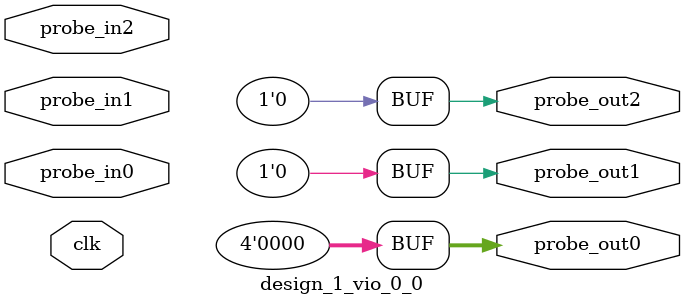
<source format=v>
`timescale 1ns / 1ps
module design_1_vio_0_0 (
clk,
probe_in0,probe_in1,probe_in2,
probe_out0,
probe_out1,
probe_out2
);

input clk;
input [0 : 0] probe_in0;
input [0 : 0] probe_in1;
input [0 : 0] probe_in2;

output reg [3 : 0] probe_out0 = 'h0 ;
output reg [0 : 0] probe_out1 = 'h0 ;
output reg [0 : 0] probe_out2 = 'h0 ;


endmodule

</source>
